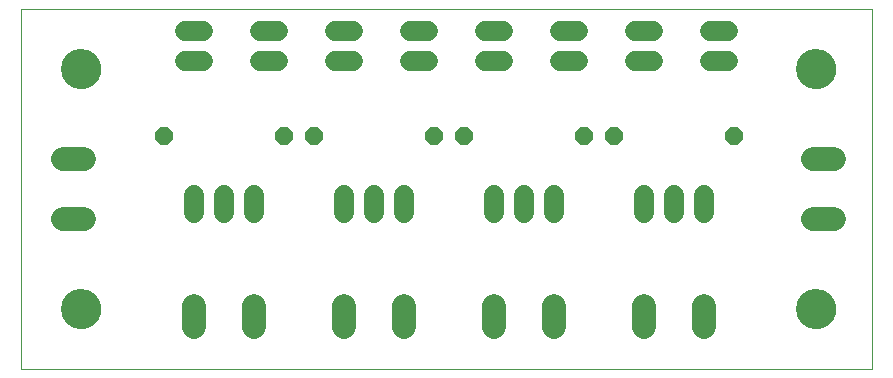
<source format=gts>
G75*
%MOIN*%
%OFA0B0*%
%FSLAX25Y25*%
%IPPOS*%
%LPD*%
%AMOC8*
5,1,8,0,0,1.08239X$1,22.5*
%
%ADD10C,0.00000*%
%ADD11C,0.06800*%
%ADD12OC8,0.06000*%
%ADD13C,0.07850*%
%ADD14C,0.13398*%
D10*
X0006800Y0001800D02*
X0006800Y0121761D01*
X0290501Y0121761D01*
X0290501Y0001800D01*
X0006800Y0001800D01*
X0020501Y0021800D02*
X0020503Y0021958D01*
X0020509Y0022116D01*
X0020519Y0022274D01*
X0020533Y0022432D01*
X0020551Y0022589D01*
X0020572Y0022746D01*
X0020598Y0022902D01*
X0020628Y0023058D01*
X0020661Y0023213D01*
X0020699Y0023366D01*
X0020740Y0023519D01*
X0020785Y0023671D01*
X0020834Y0023822D01*
X0020887Y0023971D01*
X0020943Y0024119D01*
X0021003Y0024265D01*
X0021067Y0024410D01*
X0021135Y0024553D01*
X0021206Y0024695D01*
X0021280Y0024835D01*
X0021358Y0024972D01*
X0021440Y0025108D01*
X0021524Y0025242D01*
X0021613Y0025373D01*
X0021704Y0025502D01*
X0021799Y0025629D01*
X0021896Y0025754D01*
X0021997Y0025876D01*
X0022101Y0025995D01*
X0022208Y0026112D01*
X0022318Y0026226D01*
X0022431Y0026337D01*
X0022546Y0026446D01*
X0022664Y0026551D01*
X0022785Y0026653D01*
X0022908Y0026753D01*
X0023034Y0026849D01*
X0023162Y0026942D01*
X0023292Y0027032D01*
X0023425Y0027118D01*
X0023560Y0027202D01*
X0023696Y0027281D01*
X0023835Y0027358D01*
X0023976Y0027430D01*
X0024118Y0027500D01*
X0024262Y0027565D01*
X0024408Y0027627D01*
X0024555Y0027685D01*
X0024704Y0027740D01*
X0024854Y0027791D01*
X0025005Y0027838D01*
X0025157Y0027881D01*
X0025310Y0027920D01*
X0025465Y0027956D01*
X0025620Y0027987D01*
X0025776Y0028015D01*
X0025932Y0028039D01*
X0026089Y0028059D01*
X0026247Y0028075D01*
X0026404Y0028087D01*
X0026563Y0028095D01*
X0026721Y0028099D01*
X0026879Y0028099D01*
X0027037Y0028095D01*
X0027196Y0028087D01*
X0027353Y0028075D01*
X0027511Y0028059D01*
X0027668Y0028039D01*
X0027824Y0028015D01*
X0027980Y0027987D01*
X0028135Y0027956D01*
X0028290Y0027920D01*
X0028443Y0027881D01*
X0028595Y0027838D01*
X0028746Y0027791D01*
X0028896Y0027740D01*
X0029045Y0027685D01*
X0029192Y0027627D01*
X0029338Y0027565D01*
X0029482Y0027500D01*
X0029624Y0027430D01*
X0029765Y0027358D01*
X0029904Y0027281D01*
X0030040Y0027202D01*
X0030175Y0027118D01*
X0030308Y0027032D01*
X0030438Y0026942D01*
X0030566Y0026849D01*
X0030692Y0026753D01*
X0030815Y0026653D01*
X0030936Y0026551D01*
X0031054Y0026446D01*
X0031169Y0026337D01*
X0031282Y0026226D01*
X0031392Y0026112D01*
X0031499Y0025995D01*
X0031603Y0025876D01*
X0031704Y0025754D01*
X0031801Y0025629D01*
X0031896Y0025502D01*
X0031987Y0025373D01*
X0032076Y0025242D01*
X0032160Y0025108D01*
X0032242Y0024972D01*
X0032320Y0024835D01*
X0032394Y0024695D01*
X0032465Y0024553D01*
X0032533Y0024410D01*
X0032597Y0024265D01*
X0032657Y0024119D01*
X0032713Y0023971D01*
X0032766Y0023822D01*
X0032815Y0023671D01*
X0032860Y0023519D01*
X0032901Y0023366D01*
X0032939Y0023213D01*
X0032972Y0023058D01*
X0033002Y0022902D01*
X0033028Y0022746D01*
X0033049Y0022589D01*
X0033067Y0022432D01*
X0033081Y0022274D01*
X0033091Y0022116D01*
X0033097Y0021958D01*
X0033099Y0021800D01*
X0033097Y0021642D01*
X0033091Y0021484D01*
X0033081Y0021326D01*
X0033067Y0021168D01*
X0033049Y0021011D01*
X0033028Y0020854D01*
X0033002Y0020698D01*
X0032972Y0020542D01*
X0032939Y0020387D01*
X0032901Y0020234D01*
X0032860Y0020081D01*
X0032815Y0019929D01*
X0032766Y0019778D01*
X0032713Y0019629D01*
X0032657Y0019481D01*
X0032597Y0019335D01*
X0032533Y0019190D01*
X0032465Y0019047D01*
X0032394Y0018905D01*
X0032320Y0018765D01*
X0032242Y0018628D01*
X0032160Y0018492D01*
X0032076Y0018358D01*
X0031987Y0018227D01*
X0031896Y0018098D01*
X0031801Y0017971D01*
X0031704Y0017846D01*
X0031603Y0017724D01*
X0031499Y0017605D01*
X0031392Y0017488D01*
X0031282Y0017374D01*
X0031169Y0017263D01*
X0031054Y0017154D01*
X0030936Y0017049D01*
X0030815Y0016947D01*
X0030692Y0016847D01*
X0030566Y0016751D01*
X0030438Y0016658D01*
X0030308Y0016568D01*
X0030175Y0016482D01*
X0030040Y0016398D01*
X0029904Y0016319D01*
X0029765Y0016242D01*
X0029624Y0016170D01*
X0029482Y0016100D01*
X0029338Y0016035D01*
X0029192Y0015973D01*
X0029045Y0015915D01*
X0028896Y0015860D01*
X0028746Y0015809D01*
X0028595Y0015762D01*
X0028443Y0015719D01*
X0028290Y0015680D01*
X0028135Y0015644D01*
X0027980Y0015613D01*
X0027824Y0015585D01*
X0027668Y0015561D01*
X0027511Y0015541D01*
X0027353Y0015525D01*
X0027196Y0015513D01*
X0027037Y0015505D01*
X0026879Y0015501D01*
X0026721Y0015501D01*
X0026563Y0015505D01*
X0026404Y0015513D01*
X0026247Y0015525D01*
X0026089Y0015541D01*
X0025932Y0015561D01*
X0025776Y0015585D01*
X0025620Y0015613D01*
X0025465Y0015644D01*
X0025310Y0015680D01*
X0025157Y0015719D01*
X0025005Y0015762D01*
X0024854Y0015809D01*
X0024704Y0015860D01*
X0024555Y0015915D01*
X0024408Y0015973D01*
X0024262Y0016035D01*
X0024118Y0016100D01*
X0023976Y0016170D01*
X0023835Y0016242D01*
X0023696Y0016319D01*
X0023560Y0016398D01*
X0023425Y0016482D01*
X0023292Y0016568D01*
X0023162Y0016658D01*
X0023034Y0016751D01*
X0022908Y0016847D01*
X0022785Y0016947D01*
X0022664Y0017049D01*
X0022546Y0017154D01*
X0022431Y0017263D01*
X0022318Y0017374D01*
X0022208Y0017488D01*
X0022101Y0017605D01*
X0021997Y0017724D01*
X0021896Y0017846D01*
X0021799Y0017971D01*
X0021704Y0018098D01*
X0021613Y0018227D01*
X0021524Y0018358D01*
X0021440Y0018492D01*
X0021358Y0018628D01*
X0021280Y0018765D01*
X0021206Y0018905D01*
X0021135Y0019047D01*
X0021067Y0019190D01*
X0021003Y0019335D01*
X0020943Y0019481D01*
X0020887Y0019629D01*
X0020834Y0019778D01*
X0020785Y0019929D01*
X0020740Y0020081D01*
X0020699Y0020234D01*
X0020661Y0020387D01*
X0020628Y0020542D01*
X0020598Y0020698D01*
X0020572Y0020854D01*
X0020551Y0021011D01*
X0020533Y0021168D01*
X0020519Y0021326D01*
X0020509Y0021484D01*
X0020503Y0021642D01*
X0020501Y0021800D01*
X0020501Y0101800D02*
X0020503Y0101958D01*
X0020509Y0102116D01*
X0020519Y0102274D01*
X0020533Y0102432D01*
X0020551Y0102589D01*
X0020572Y0102746D01*
X0020598Y0102902D01*
X0020628Y0103058D01*
X0020661Y0103213D01*
X0020699Y0103366D01*
X0020740Y0103519D01*
X0020785Y0103671D01*
X0020834Y0103822D01*
X0020887Y0103971D01*
X0020943Y0104119D01*
X0021003Y0104265D01*
X0021067Y0104410D01*
X0021135Y0104553D01*
X0021206Y0104695D01*
X0021280Y0104835D01*
X0021358Y0104972D01*
X0021440Y0105108D01*
X0021524Y0105242D01*
X0021613Y0105373D01*
X0021704Y0105502D01*
X0021799Y0105629D01*
X0021896Y0105754D01*
X0021997Y0105876D01*
X0022101Y0105995D01*
X0022208Y0106112D01*
X0022318Y0106226D01*
X0022431Y0106337D01*
X0022546Y0106446D01*
X0022664Y0106551D01*
X0022785Y0106653D01*
X0022908Y0106753D01*
X0023034Y0106849D01*
X0023162Y0106942D01*
X0023292Y0107032D01*
X0023425Y0107118D01*
X0023560Y0107202D01*
X0023696Y0107281D01*
X0023835Y0107358D01*
X0023976Y0107430D01*
X0024118Y0107500D01*
X0024262Y0107565D01*
X0024408Y0107627D01*
X0024555Y0107685D01*
X0024704Y0107740D01*
X0024854Y0107791D01*
X0025005Y0107838D01*
X0025157Y0107881D01*
X0025310Y0107920D01*
X0025465Y0107956D01*
X0025620Y0107987D01*
X0025776Y0108015D01*
X0025932Y0108039D01*
X0026089Y0108059D01*
X0026247Y0108075D01*
X0026404Y0108087D01*
X0026563Y0108095D01*
X0026721Y0108099D01*
X0026879Y0108099D01*
X0027037Y0108095D01*
X0027196Y0108087D01*
X0027353Y0108075D01*
X0027511Y0108059D01*
X0027668Y0108039D01*
X0027824Y0108015D01*
X0027980Y0107987D01*
X0028135Y0107956D01*
X0028290Y0107920D01*
X0028443Y0107881D01*
X0028595Y0107838D01*
X0028746Y0107791D01*
X0028896Y0107740D01*
X0029045Y0107685D01*
X0029192Y0107627D01*
X0029338Y0107565D01*
X0029482Y0107500D01*
X0029624Y0107430D01*
X0029765Y0107358D01*
X0029904Y0107281D01*
X0030040Y0107202D01*
X0030175Y0107118D01*
X0030308Y0107032D01*
X0030438Y0106942D01*
X0030566Y0106849D01*
X0030692Y0106753D01*
X0030815Y0106653D01*
X0030936Y0106551D01*
X0031054Y0106446D01*
X0031169Y0106337D01*
X0031282Y0106226D01*
X0031392Y0106112D01*
X0031499Y0105995D01*
X0031603Y0105876D01*
X0031704Y0105754D01*
X0031801Y0105629D01*
X0031896Y0105502D01*
X0031987Y0105373D01*
X0032076Y0105242D01*
X0032160Y0105108D01*
X0032242Y0104972D01*
X0032320Y0104835D01*
X0032394Y0104695D01*
X0032465Y0104553D01*
X0032533Y0104410D01*
X0032597Y0104265D01*
X0032657Y0104119D01*
X0032713Y0103971D01*
X0032766Y0103822D01*
X0032815Y0103671D01*
X0032860Y0103519D01*
X0032901Y0103366D01*
X0032939Y0103213D01*
X0032972Y0103058D01*
X0033002Y0102902D01*
X0033028Y0102746D01*
X0033049Y0102589D01*
X0033067Y0102432D01*
X0033081Y0102274D01*
X0033091Y0102116D01*
X0033097Y0101958D01*
X0033099Y0101800D01*
X0033097Y0101642D01*
X0033091Y0101484D01*
X0033081Y0101326D01*
X0033067Y0101168D01*
X0033049Y0101011D01*
X0033028Y0100854D01*
X0033002Y0100698D01*
X0032972Y0100542D01*
X0032939Y0100387D01*
X0032901Y0100234D01*
X0032860Y0100081D01*
X0032815Y0099929D01*
X0032766Y0099778D01*
X0032713Y0099629D01*
X0032657Y0099481D01*
X0032597Y0099335D01*
X0032533Y0099190D01*
X0032465Y0099047D01*
X0032394Y0098905D01*
X0032320Y0098765D01*
X0032242Y0098628D01*
X0032160Y0098492D01*
X0032076Y0098358D01*
X0031987Y0098227D01*
X0031896Y0098098D01*
X0031801Y0097971D01*
X0031704Y0097846D01*
X0031603Y0097724D01*
X0031499Y0097605D01*
X0031392Y0097488D01*
X0031282Y0097374D01*
X0031169Y0097263D01*
X0031054Y0097154D01*
X0030936Y0097049D01*
X0030815Y0096947D01*
X0030692Y0096847D01*
X0030566Y0096751D01*
X0030438Y0096658D01*
X0030308Y0096568D01*
X0030175Y0096482D01*
X0030040Y0096398D01*
X0029904Y0096319D01*
X0029765Y0096242D01*
X0029624Y0096170D01*
X0029482Y0096100D01*
X0029338Y0096035D01*
X0029192Y0095973D01*
X0029045Y0095915D01*
X0028896Y0095860D01*
X0028746Y0095809D01*
X0028595Y0095762D01*
X0028443Y0095719D01*
X0028290Y0095680D01*
X0028135Y0095644D01*
X0027980Y0095613D01*
X0027824Y0095585D01*
X0027668Y0095561D01*
X0027511Y0095541D01*
X0027353Y0095525D01*
X0027196Y0095513D01*
X0027037Y0095505D01*
X0026879Y0095501D01*
X0026721Y0095501D01*
X0026563Y0095505D01*
X0026404Y0095513D01*
X0026247Y0095525D01*
X0026089Y0095541D01*
X0025932Y0095561D01*
X0025776Y0095585D01*
X0025620Y0095613D01*
X0025465Y0095644D01*
X0025310Y0095680D01*
X0025157Y0095719D01*
X0025005Y0095762D01*
X0024854Y0095809D01*
X0024704Y0095860D01*
X0024555Y0095915D01*
X0024408Y0095973D01*
X0024262Y0096035D01*
X0024118Y0096100D01*
X0023976Y0096170D01*
X0023835Y0096242D01*
X0023696Y0096319D01*
X0023560Y0096398D01*
X0023425Y0096482D01*
X0023292Y0096568D01*
X0023162Y0096658D01*
X0023034Y0096751D01*
X0022908Y0096847D01*
X0022785Y0096947D01*
X0022664Y0097049D01*
X0022546Y0097154D01*
X0022431Y0097263D01*
X0022318Y0097374D01*
X0022208Y0097488D01*
X0022101Y0097605D01*
X0021997Y0097724D01*
X0021896Y0097846D01*
X0021799Y0097971D01*
X0021704Y0098098D01*
X0021613Y0098227D01*
X0021524Y0098358D01*
X0021440Y0098492D01*
X0021358Y0098628D01*
X0021280Y0098765D01*
X0021206Y0098905D01*
X0021135Y0099047D01*
X0021067Y0099190D01*
X0021003Y0099335D01*
X0020943Y0099481D01*
X0020887Y0099629D01*
X0020834Y0099778D01*
X0020785Y0099929D01*
X0020740Y0100081D01*
X0020699Y0100234D01*
X0020661Y0100387D01*
X0020628Y0100542D01*
X0020598Y0100698D01*
X0020572Y0100854D01*
X0020551Y0101011D01*
X0020533Y0101168D01*
X0020519Y0101326D01*
X0020509Y0101484D01*
X0020503Y0101642D01*
X0020501Y0101800D01*
X0265501Y0101800D02*
X0265503Y0101958D01*
X0265509Y0102116D01*
X0265519Y0102274D01*
X0265533Y0102432D01*
X0265551Y0102589D01*
X0265572Y0102746D01*
X0265598Y0102902D01*
X0265628Y0103058D01*
X0265661Y0103213D01*
X0265699Y0103366D01*
X0265740Y0103519D01*
X0265785Y0103671D01*
X0265834Y0103822D01*
X0265887Y0103971D01*
X0265943Y0104119D01*
X0266003Y0104265D01*
X0266067Y0104410D01*
X0266135Y0104553D01*
X0266206Y0104695D01*
X0266280Y0104835D01*
X0266358Y0104972D01*
X0266440Y0105108D01*
X0266524Y0105242D01*
X0266613Y0105373D01*
X0266704Y0105502D01*
X0266799Y0105629D01*
X0266896Y0105754D01*
X0266997Y0105876D01*
X0267101Y0105995D01*
X0267208Y0106112D01*
X0267318Y0106226D01*
X0267431Y0106337D01*
X0267546Y0106446D01*
X0267664Y0106551D01*
X0267785Y0106653D01*
X0267908Y0106753D01*
X0268034Y0106849D01*
X0268162Y0106942D01*
X0268292Y0107032D01*
X0268425Y0107118D01*
X0268560Y0107202D01*
X0268696Y0107281D01*
X0268835Y0107358D01*
X0268976Y0107430D01*
X0269118Y0107500D01*
X0269262Y0107565D01*
X0269408Y0107627D01*
X0269555Y0107685D01*
X0269704Y0107740D01*
X0269854Y0107791D01*
X0270005Y0107838D01*
X0270157Y0107881D01*
X0270310Y0107920D01*
X0270465Y0107956D01*
X0270620Y0107987D01*
X0270776Y0108015D01*
X0270932Y0108039D01*
X0271089Y0108059D01*
X0271247Y0108075D01*
X0271404Y0108087D01*
X0271563Y0108095D01*
X0271721Y0108099D01*
X0271879Y0108099D01*
X0272037Y0108095D01*
X0272196Y0108087D01*
X0272353Y0108075D01*
X0272511Y0108059D01*
X0272668Y0108039D01*
X0272824Y0108015D01*
X0272980Y0107987D01*
X0273135Y0107956D01*
X0273290Y0107920D01*
X0273443Y0107881D01*
X0273595Y0107838D01*
X0273746Y0107791D01*
X0273896Y0107740D01*
X0274045Y0107685D01*
X0274192Y0107627D01*
X0274338Y0107565D01*
X0274482Y0107500D01*
X0274624Y0107430D01*
X0274765Y0107358D01*
X0274904Y0107281D01*
X0275040Y0107202D01*
X0275175Y0107118D01*
X0275308Y0107032D01*
X0275438Y0106942D01*
X0275566Y0106849D01*
X0275692Y0106753D01*
X0275815Y0106653D01*
X0275936Y0106551D01*
X0276054Y0106446D01*
X0276169Y0106337D01*
X0276282Y0106226D01*
X0276392Y0106112D01*
X0276499Y0105995D01*
X0276603Y0105876D01*
X0276704Y0105754D01*
X0276801Y0105629D01*
X0276896Y0105502D01*
X0276987Y0105373D01*
X0277076Y0105242D01*
X0277160Y0105108D01*
X0277242Y0104972D01*
X0277320Y0104835D01*
X0277394Y0104695D01*
X0277465Y0104553D01*
X0277533Y0104410D01*
X0277597Y0104265D01*
X0277657Y0104119D01*
X0277713Y0103971D01*
X0277766Y0103822D01*
X0277815Y0103671D01*
X0277860Y0103519D01*
X0277901Y0103366D01*
X0277939Y0103213D01*
X0277972Y0103058D01*
X0278002Y0102902D01*
X0278028Y0102746D01*
X0278049Y0102589D01*
X0278067Y0102432D01*
X0278081Y0102274D01*
X0278091Y0102116D01*
X0278097Y0101958D01*
X0278099Y0101800D01*
X0278097Y0101642D01*
X0278091Y0101484D01*
X0278081Y0101326D01*
X0278067Y0101168D01*
X0278049Y0101011D01*
X0278028Y0100854D01*
X0278002Y0100698D01*
X0277972Y0100542D01*
X0277939Y0100387D01*
X0277901Y0100234D01*
X0277860Y0100081D01*
X0277815Y0099929D01*
X0277766Y0099778D01*
X0277713Y0099629D01*
X0277657Y0099481D01*
X0277597Y0099335D01*
X0277533Y0099190D01*
X0277465Y0099047D01*
X0277394Y0098905D01*
X0277320Y0098765D01*
X0277242Y0098628D01*
X0277160Y0098492D01*
X0277076Y0098358D01*
X0276987Y0098227D01*
X0276896Y0098098D01*
X0276801Y0097971D01*
X0276704Y0097846D01*
X0276603Y0097724D01*
X0276499Y0097605D01*
X0276392Y0097488D01*
X0276282Y0097374D01*
X0276169Y0097263D01*
X0276054Y0097154D01*
X0275936Y0097049D01*
X0275815Y0096947D01*
X0275692Y0096847D01*
X0275566Y0096751D01*
X0275438Y0096658D01*
X0275308Y0096568D01*
X0275175Y0096482D01*
X0275040Y0096398D01*
X0274904Y0096319D01*
X0274765Y0096242D01*
X0274624Y0096170D01*
X0274482Y0096100D01*
X0274338Y0096035D01*
X0274192Y0095973D01*
X0274045Y0095915D01*
X0273896Y0095860D01*
X0273746Y0095809D01*
X0273595Y0095762D01*
X0273443Y0095719D01*
X0273290Y0095680D01*
X0273135Y0095644D01*
X0272980Y0095613D01*
X0272824Y0095585D01*
X0272668Y0095561D01*
X0272511Y0095541D01*
X0272353Y0095525D01*
X0272196Y0095513D01*
X0272037Y0095505D01*
X0271879Y0095501D01*
X0271721Y0095501D01*
X0271563Y0095505D01*
X0271404Y0095513D01*
X0271247Y0095525D01*
X0271089Y0095541D01*
X0270932Y0095561D01*
X0270776Y0095585D01*
X0270620Y0095613D01*
X0270465Y0095644D01*
X0270310Y0095680D01*
X0270157Y0095719D01*
X0270005Y0095762D01*
X0269854Y0095809D01*
X0269704Y0095860D01*
X0269555Y0095915D01*
X0269408Y0095973D01*
X0269262Y0096035D01*
X0269118Y0096100D01*
X0268976Y0096170D01*
X0268835Y0096242D01*
X0268696Y0096319D01*
X0268560Y0096398D01*
X0268425Y0096482D01*
X0268292Y0096568D01*
X0268162Y0096658D01*
X0268034Y0096751D01*
X0267908Y0096847D01*
X0267785Y0096947D01*
X0267664Y0097049D01*
X0267546Y0097154D01*
X0267431Y0097263D01*
X0267318Y0097374D01*
X0267208Y0097488D01*
X0267101Y0097605D01*
X0266997Y0097724D01*
X0266896Y0097846D01*
X0266799Y0097971D01*
X0266704Y0098098D01*
X0266613Y0098227D01*
X0266524Y0098358D01*
X0266440Y0098492D01*
X0266358Y0098628D01*
X0266280Y0098765D01*
X0266206Y0098905D01*
X0266135Y0099047D01*
X0266067Y0099190D01*
X0266003Y0099335D01*
X0265943Y0099481D01*
X0265887Y0099629D01*
X0265834Y0099778D01*
X0265785Y0099929D01*
X0265740Y0100081D01*
X0265699Y0100234D01*
X0265661Y0100387D01*
X0265628Y0100542D01*
X0265598Y0100698D01*
X0265572Y0100854D01*
X0265551Y0101011D01*
X0265533Y0101168D01*
X0265519Y0101326D01*
X0265509Y0101484D01*
X0265503Y0101642D01*
X0265501Y0101800D01*
X0265501Y0021800D02*
X0265503Y0021958D01*
X0265509Y0022116D01*
X0265519Y0022274D01*
X0265533Y0022432D01*
X0265551Y0022589D01*
X0265572Y0022746D01*
X0265598Y0022902D01*
X0265628Y0023058D01*
X0265661Y0023213D01*
X0265699Y0023366D01*
X0265740Y0023519D01*
X0265785Y0023671D01*
X0265834Y0023822D01*
X0265887Y0023971D01*
X0265943Y0024119D01*
X0266003Y0024265D01*
X0266067Y0024410D01*
X0266135Y0024553D01*
X0266206Y0024695D01*
X0266280Y0024835D01*
X0266358Y0024972D01*
X0266440Y0025108D01*
X0266524Y0025242D01*
X0266613Y0025373D01*
X0266704Y0025502D01*
X0266799Y0025629D01*
X0266896Y0025754D01*
X0266997Y0025876D01*
X0267101Y0025995D01*
X0267208Y0026112D01*
X0267318Y0026226D01*
X0267431Y0026337D01*
X0267546Y0026446D01*
X0267664Y0026551D01*
X0267785Y0026653D01*
X0267908Y0026753D01*
X0268034Y0026849D01*
X0268162Y0026942D01*
X0268292Y0027032D01*
X0268425Y0027118D01*
X0268560Y0027202D01*
X0268696Y0027281D01*
X0268835Y0027358D01*
X0268976Y0027430D01*
X0269118Y0027500D01*
X0269262Y0027565D01*
X0269408Y0027627D01*
X0269555Y0027685D01*
X0269704Y0027740D01*
X0269854Y0027791D01*
X0270005Y0027838D01*
X0270157Y0027881D01*
X0270310Y0027920D01*
X0270465Y0027956D01*
X0270620Y0027987D01*
X0270776Y0028015D01*
X0270932Y0028039D01*
X0271089Y0028059D01*
X0271247Y0028075D01*
X0271404Y0028087D01*
X0271563Y0028095D01*
X0271721Y0028099D01*
X0271879Y0028099D01*
X0272037Y0028095D01*
X0272196Y0028087D01*
X0272353Y0028075D01*
X0272511Y0028059D01*
X0272668Y0028039D01*
X0272824Y0028015D01*
X0272980Y0027987D01*
X0273135Y0027956D01*
X0273290Y0027920D01*
X0273443Y0027881D01*
X0273595Y0027838D01*
X0273746Y0027791D01*
X0273896Y0027740D01*
X0274045Y0027685D01*
X0274192Y0027627D01*
X0274338Y0027565D01*
X0274482Y0027500D01*
X0274624Y0027430D01*
X0274765Y0027358D01*
X0274904Y0027281D01*
X0275040Y0027202D01*
X0275175Y0027118D01*
X0275308Y0027032D01*
X0275438Y0026942D01*
X0275566Y0026849D01*
X0275692Y0026753D01*
X0275815Y0026653D01*
X0275936Y0026551D01*
X0276054Y0026446D01*
X0276169Y0026337D01*
X0276282Y0026226D01*
X0276392Y0026112D01*
X0276499Y0025995D01*
X0276603Y0025876D01*
X0276704Y0025754D01*
X0276801Y0025629D01*
X0276896Y0025502D01*
X0276987Y0025373D01*
X0277076Y0025242D01*
X0277160Y0025108D01*
X0277242Y0024972D01*
X0277320Y0024835D01*
X0277394Y0024695D01*
X0277465Y0024553D01*
X0277533Y0024410D01*
X0277597Y0024265D01*
X0277657Y0024119D01*
X0277713Y0023971D01*
X0277766Y0023822D01*
X0277815Y0023671D01*
X0277860Y0023519D01*
X0277901Y0023366D01*
X0277939Y0023213D01*
X0277972Y0023058D01*
X0278002Y0022902D01*
X0278028Y0022746D01*
X0278049Y0022589D01*
X0278067Y0022432D01*
X0278081Y0022274D01*
X0278091Y0022116D01*
X0278097Y0021958D01*
X0278099Y0021800D01*
X0278097Y0021642D01*
X0278091Y0021484D01*
X0278081Y0021326D01*
X0278067Y0021168D01*
X0278049Y0021011D01*
X0278028Y0020854D01*
X0278002Y0020698D01*
X0277972Y0020542D01*
X0277939Y0020387D01*
X0277901Y0020234D01*
X0277860Y0020081D01*
X0277815Y0019929D01*
X0277766Y0019778D01*
X0277713Y0019629D01*
X0277657Y0019481D01*
X0277597Y0019335D01*
X0277533Y0019190D01*
X0277465Y0019047D01*
X0277394Y0018905D01*
X0277320Y0018765D01*
X0277242Y0018628D01*
X0277160Y0018492D01*
X0277076Y0018358D01*
X0276987Y0018227D01*
X0276896Y0018098D01*
X0276801Y0017971D01*
X0276704Y0017846D01*
X0276603Y0017724D01*
X0276499Y0017605D01*
X0276392Y0017488D01*
X0276282Y0017374D01*
X0276169Y0017263D01*
X0276054Y0017154D01*
X0275936Y0017049D01*
X0275815Y0016947D01*
X0275692Y0016847D01*
X0275566Y0016751D01*
X0275438Y0016658D01*
X0275308Y0016568D01*
X0275175Y0016482D01*
X0275040Y0016398D01*
X0274904Y0016319D01*
X0274765Y0016242D01*
X0274624Y0016170D01*
X0274482Y0016100D01*
X0274338Y0016035D01*
X0274192Y0015973D01*
X0274045Y0015915D01*
X0273896Y0015860D01*
X0273746Y0015809D01*
X0273595Y0015762D01*
X0273443Y0015719D01*
X0273290Y0015680D01*
X0273135Y0015644D01*
X0272980Y0015613D01*
X0272824Y0015585D01*
X0272668Y0015561D01*
X0272511Y0015541D01*
X0272353Y0015525D01*
X0272196Y0015513D01*
X0272037Y0015505D01*
X0271879Y0015501D01*
X0271721Y0015501D01*
X0271563Y0015505D01*
X0271404Y0015513D01*
X0271247Y0015525D01*
X0271089Y0015541D01*
X0270932Y0015561D01*
X0270776Y0015585D01*
X0270620Y0015613D01*
X0270465Y0015644D01*
X0270310Y0015680D01*
X0270157Y0015719D01*
X0270005Y0015762D01*
X0269854Y0015809D01*
X0269704Y0015860D01*
X0269555Y0015915D01*
X0269408Y0015973D01*
X0269262Y0016035D01*
X0269118Y0016100D01*
X0268976Y0016170D01*
X0268835Y0016242D01*
X0268696Y0016319D01*
X0268560Y0016398D01*
X0268425Y0016482D01*
X0268292Y0016568D01*
X0268162Y0016658D01*
X0268034Y0016751D01*
X0267908Y0016847D01*
X0267785Y0016947D01*
X0267664Y0017049D01*
X0267546Y0017154D01*
X0267431Y0017263D01*
X0267318Y0017374D01*
X0267208Y0017488D01*
X0267101Y0017605D01*
X0266997Y0017724D01*
X0266896Y0017846D01*
X0266799Y0017971D01*
X0266704Y0018098D01*
X0266613Y0018227D01*
X0266524Y0018358D01*
X0266440Y0018492D01*
X0266358Y0018628D01*
X0266280Y0018765D01*
X0266206Y0018905D01*
X0266135Y0019047D01*
X0266067Y0019190D01*
X0266003Y0019335D01*
X0265943Y0019481D01*
X0265887Y0019629D01*
X0265834Y0019778D01*
X0265785Y0019929D01*
X0265740Y0020081D01*
X0265699Y0020234D01*
X0265661Y0020387D01*
X0265628Y0020542D01*
X0265598Y0020698D01*
X0265572Y0020854D01*
X0265551Y0021011D01*
X0265533Y0021168D01*
X0265519Y0021326D01*
X0265509Y0021484D01*
X0265503Y0021642D01*
X0265501Y0021800D01*
D11*
X0234300Y0053800D02*
X0234300Y0059800D01*
X0224300Y0059800D02*
X0224300Y0053800D01*
X0214300Y0053800D02*
X0214300Y0059800D01*
X0184300Y0059800D02*
X0184300Y0053800D01*
X0174300Y0053800D02*
X0174300Y0059800D01*
X0164300Y0059800D02*
X0164300Y0053800D01*
X0134300Y0053800D02*
X0134300Y0059800D01*
X0124300Y0059800D02*
X0124300Y0053800D01*
X0114300Y0053800D02*
X0114300Y0059800D01*
X0084300Y0059800D02*
X0084300Y0053800D01*
X0074300Y0053800D02*
X0074300Y0059800D01*
X0064300Y0059800D02*
X0064300Y0053800D01*
X0067300Y0104300D02*
X0061300Y0104300D01*
X0061300Y0114300D02*
X0067300Y0114300D01*
X0086300Y0114300D02*
X0092300Y0114300D01*
X0111300Y0114300D02*
X0117300Y0114300D01*
X0136300Y0114300D02*
X0142300Y0114300D01*
X0161300Y0114300D02*
X0167300Y0114300D01*
X0186300Y0114300D02*
X0192300Y0114300D01*
X0211300Y0114300D02*
X0217300Y0114300D01*
X0236300Y0114300D02*
X0242300Y0114300D01*
X0242300Y0104300D02*
X0236300Y0104300D01*
X0217300Y0104300D02*
X0211300Y0104300D01*
X0192300Y0104300D02*
X0186300Y0104300D01*
X0167300Y0104300D02*
X0161300Y0104300D01*
X0142300Y0104300D02*
X0136300Y0104300D01*
X0117300Y0104300D02*
X0111300Y0104300D01*
X0092300Y0104300D02*
X0086300Y0104300D01*
D12*
X0094300Y0079300D03*
X0104300Y0079300D03*
X0144300Y0079300D03*
X0154300Y0079300D03*
X0194300Y0079300D03*
X0204300Y0079300D03*
X0244300Y0079300D03*
X0054300Y0079300D03*
D13*
X0027825Y0071800D02*
X0020775Y0071800D01*
X0020775Y0051800D02*
X0027825Y0051800D01*
X0064300Y0022825D02*
X0064300Y0015775D01*
X0084300Y0015775D02*
X0084300Y0022825D01*
X0114300Y0022825D02*
X0114300Y0015775D01*
X0134300Y0015775D02*
X0134300Y0022825D01*
X0164300Y0022825D02*
X0164300Y0015775D01*
X0184300Y0015775D02*
X0184300Y0022825D01*
X0214300Y0022825D02*
X0214300Y0015775D01*
X0234300Y0015775D02*
X0234300Y0022825D01*
X0270775Y0051800D02*
X0277825Y0051800D01*
X0277825Y0071800D02*
X0270775Y0071800D01*
D14*
X0271800Y0101800D03*
X0271800Y0021800D03*
X0026800Y0021800D03*
X0026800Y0101800D03*
M02*

</source>
